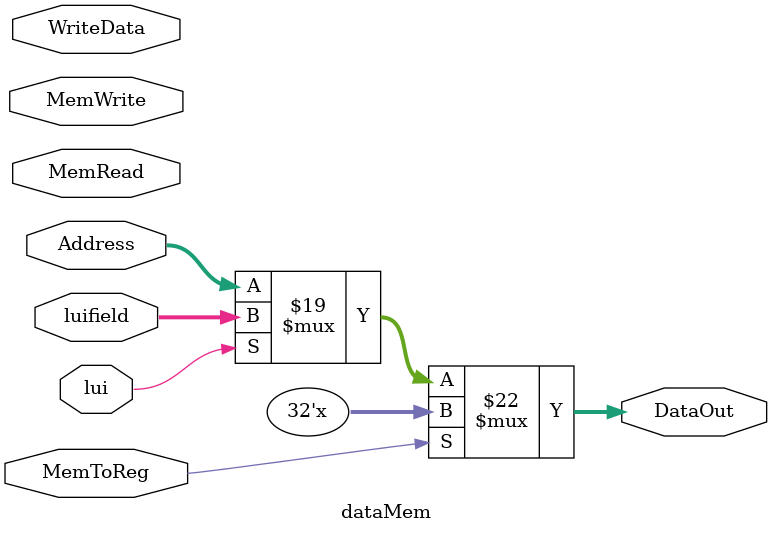
<source format=v>
`timescale 1ns / 1ps

module dataMem (
  input [31:0] Address,
  input [31:0] WriteData,
  input [31:0] luifield,
  input MemWrite,
  input MemRead,
  input MemToReg,
  input lui,
  output reg [31:0] DataOut
);

  // Internal memory declaration
  reg [31:0] data [31:0];
  integer i;
  
  reg [31:0] readfield;


  // Initialize all memory locations to 0 during module instantiation
  initial begin
      data[0] <= 32'b00000000000000000000000000000000;
		data[1] <= 32'b00000000000000000000000000000000;
		data[2] <= 32'b00000000000000000000000000000000;
		data[3] <= 32'b00000000000000000000000000000000;
		data[4] <= 32'b00000000000000000000000000000000;
		data[5] <= 32'b00000000000000000000000000000000;
		data[6] <= 32'b00000000000000000000000000000000;
		data[10] <= 32'b00000000000000000000000000000000;
		data[11] <= 32'b00000000000000000000000000000000;
		data[12] <= 32'b00000000000000000000000000000000;
		data[13] <= 32'b00000000000000000000000000000000;
		data[14] <= 32'b00000000000000000000000000000000;
		data[15] <= 32'b00000000000000000000000000000000;
		data[16] <= 32'b00000000000000000000000000000000;
		data[17] <= 32'b00000000000000000000000000000000;
		data[18] <= 32'b00000000000000000000000000000000;
  end

  // Combinational logic for read, write, and output selection
  always @* begin
  
  	 if (MemRead) begin
      readfield <= data[Address];
    end 
	 
    if (MemWrite) begin
      data[Address] <= WriteData;
    end 
	 
	 
	 
	 if(MemToReg)begin
	   DataOut <= readfield;
	 end
	 
	 else if (lui) begin
	   DataOut<=luifield;
	 end

	 else begin  // Handle read operation
      DataOut <= Address;
    end
	 
  end

endmodule
</source>
